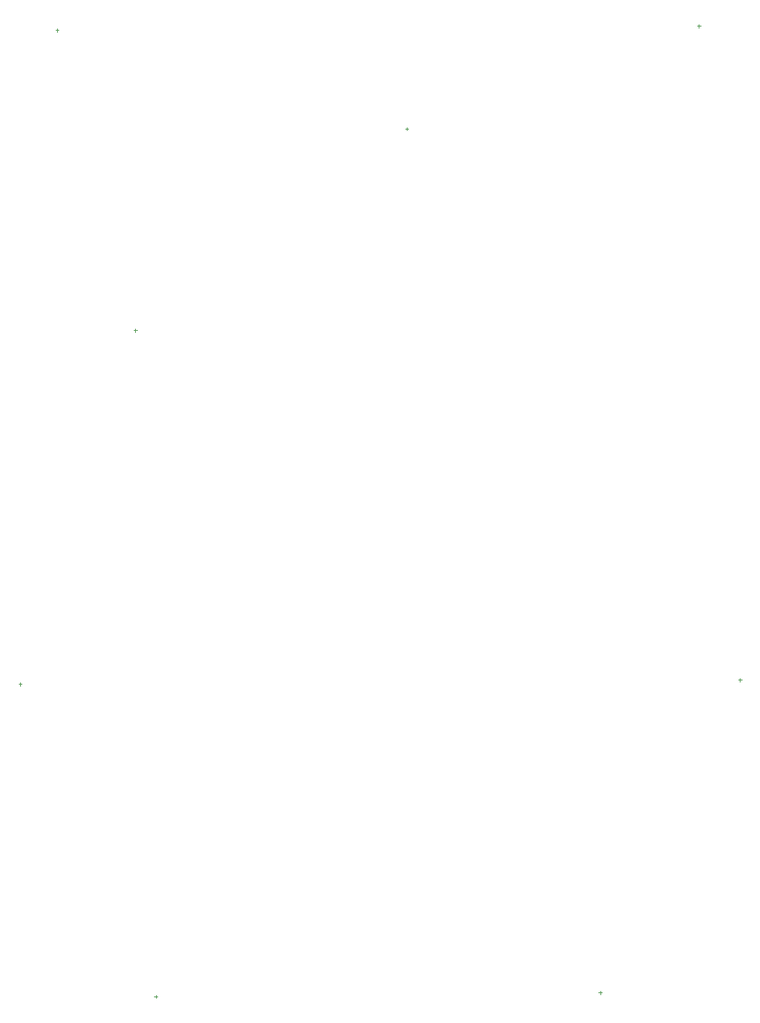
<source format=gm1>
G04 Layer_Color=16711935*
%FSLAX25Y25*%
%MOIN*%
G70*
G01*
G75*
%ADD71C,0.00394*%
D71*
X500000Y119291D02*
Y120866D01*
X499213Y120079D02*
X500787D01*
X287402Y117323D02*
Y118898D01*
X286614Y118110D02*
X288189D01*
X240158Y579921D02*
Y581496D01*
X239370Y580709D02*
X240945D01*
X547244Y581890D02*
Y583465D01*
X546457Y582677D02*
X548032D01*
X566929Y268898D02*
Y270472D01*
X566142Y269685D02*
X567717D01*
X222441Y266929D02*
Y268504D01*
X221654Y267717D02*
X223228D01*
X406693Y533465D02*
X408268D01*
X407480Y532677D02*
Y534252D01*
X277559Y436221D02*
Y437795D01*
X276772Y437008D02*
X278346D01*
M02*

</source>
